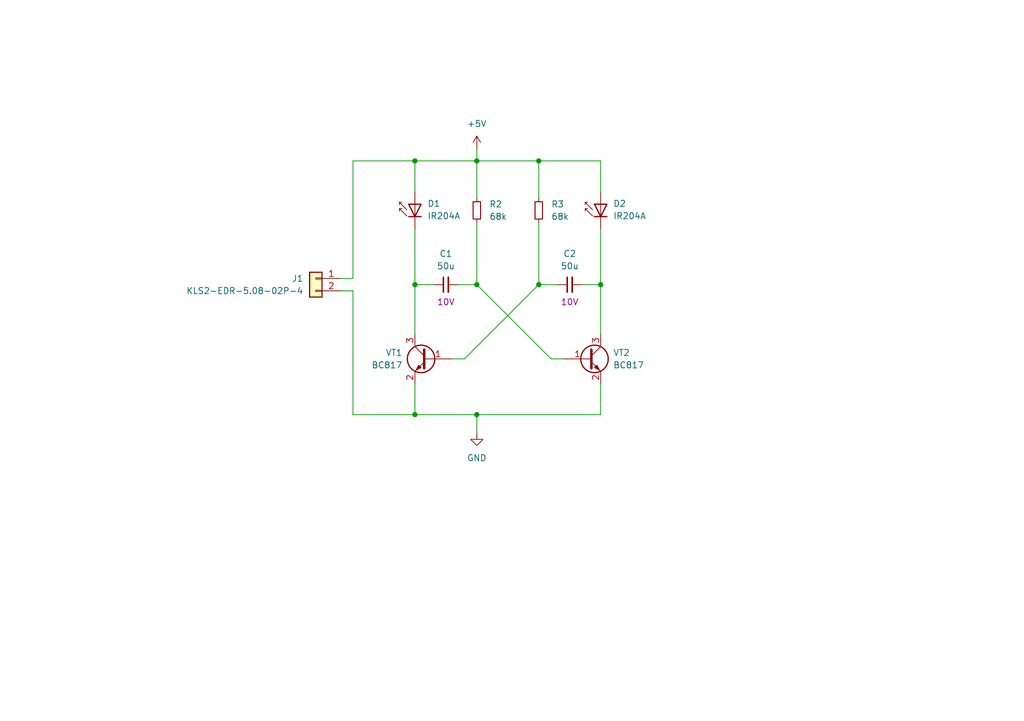
<source format=kicad_sch>
(kicad_sch (version 20231120) (generator "eeschema") (generator_version "8.0")
  (paper "A5")
  (title_block (date "2024-09-03") (rev "v1.0") (company "elton") (comment 2 "AlreadyDone00") (comment 3 "MuratovAS"))
  (lib_symbols
    (symbol "Device:C_Small" (pin_numbers hide) (pin_names (offset 0.254) hide)
      (property "Reference" "C" (at 0.254 1.778 0))
      (property "Value" "C_Small" (at 0.254 -2.032 0))
      (symbol "C_Small_0_1"
        (polyline (pts (xy -1.524 -0.508) (xy 1.524 -0.508)) (stroke (width 0.3302)))
        (polyline (pts (xy -1.524 0.508) (xy 1.524 0.508)) (stroke (width 0.3048)))
      )
      (symbol "C_Small_1_1"
        (pin passive line (at 0 2.54 270) (length 2.032) (name "~") (number "1"))
        (pin passive line (at 0 -2.54 90) (length 2.032) (name "~") (number "2"))
      )
    )
    (symbol "Device:R_Small" (pin_numbers hide) (pin_names (offset 0.254) hide)
      (property "Reference" "R" (at 0.762 0.508 0))
      (property "Value" "R_Small" (at 0.762 -1.016 0))
      (symbol "R_Small_0_1"
        (rectangle (start -0.762 1.778) (end 0.762 -1.778) (stroke (width 0.2032)))
      )
      (symbol "R_Small_1_1"
        (pin passive line (at 0 2.54 270) (length 0.762) (name "~") (number "1"))
        (pin passive line (at 0 -2.54 90) (length 0.762) (name "~") (number "2"))
      )
    )
    (symbol "LED:IR204A" (pin_numbers hide) (pin_names (offset 1.016) hide)
      (property "Reference" "D" (at 0.508 1.778 0))
      (property "Value" "IR204A" (at -1.016 -2.794 0))
      (symbol "IR204A_0_1"
        (polyline (pts (xy -2.54 1.27) (xy -2.54 -1.27)) (stroke (width 0.254)))
        (polyline (pts (xy 0 0) (xy -2.54 0)))
        (polyline (pts (xy 0.381 3.175) (xy -0.127 3.175)))
        (polyline (pts (xy -1.143 1.651) (xy 0.381 3.175) (xy 0.381 2.667)))
        (polyline (pts (xy 0 1.27) (xy -2.54 0) (xy 0 -1.27) (xy 0 1.27)) (stroke (width 0.254)))
        (polyline (pts (xy -2.413 1.651) (xy -0.889 3.175) (xy -0.889 2.667) (xy -0.889 3.175) (xy -1.397 3.175)))
      )
      (symbol "IR204A_1_1"
        (pin passive line (at -5.08 0 0) (length 2.54) (name "K") (number "1"))
        (pin passive line (at 2.54 0 180) (length 2.54) (name "A") (number "2"))
      )
    )
    (symbol "MAS_Connectors:KLS2-EDR-5.08-02P-4" (pin_names (offset 1.016))
      (property "Reference" "J" (at -0.127 3.81 0))
      (property "Value" "KLS2-EDR-5.08-02P-4" (at -10.795 -4.445 0))
      (symbol "KLS2-EDR-5.08-02P-4_1_1"
        (rectangle (start -1.27 -1.143) (end 0 -1.397) (stroke (width 0.1524)))
        (rectangle (start -1.27 1.397) (end 0 1.143) (stroke (width 0.1524)))
        (rectangle (start -1.27 2.54) (end 1.27 -2.54) (stroke (width 0.254)) (fill (type background)))
        (pin passive line (at -5.08 1.27 0) (length 3.81) (name "~") (number "1"))
        (pin passive line (at -5.08 -1.27 0) (length 3.81) (name "~") (number "2"))
      )
    )
    (symbol "Transistor_BJT:BC817" (pin_names (offset 0) hide)
      (property "Reference" "Q" (at 5.08 1.905 0))
      (property "Value" "BC817" (at 5.08 0 0))
      (symbol "BC817_0_1"
        (polyline (pts (xy 0.635 0.635) (xy 2.54 2.54)))
        (polyline (pts (xy 0.635 -0.635) (xy 2.54 -2.54) (xy 2.54 -2.54)))
        (polyline (pts (xy 0.635 1.905) (xy 0.635 -1.905) (xy 0.635 -1.905)) (stroke (width 0.508)))
        (polyline (pts (xy 1.27 -1.778) (xy 1.778 -1.27) (xy 2.286 -2.286) (xy 1.27 -1.778) (xy 1.27 -1.778)) (fill (type outline)))
        (circle (center 1.27 0) (radius 2.8194) (stroke (width 0.254)))
      )
      (symbol "BC817_1_1"
        (pin input line (at -5.08 0 0) (length 5.715) (name "B") (number "1"))
        (pin passive line (at 2.54 -5.08 90) (length 2.54) (name "E") (number "2"))
        (pin passive line (at 2.54 5.08 270) (length 2.54) (name "C") (number "3"))
      )
    )
    (symbol "power:+5V" (power) (pin_numbers hide) (pin_names (offset 0) hide)
      (property "Value" "+5V" (at 0 3.556 0))
      (symbol "+5V_0_1"
        (polyline (pts (xy -0.762 1.27) (xy 0 2.54)))
        (polyline (pts (xy 0 0) (xy 0 2.54)))
        (polyline (pts (xy 0 2.54) (xy 0.762 1.27)))
      )
      (symbol "+5V_1_1"
        (pin power_in line (at 0 0 90) (length 0) (name "~") (number "1"))
      )
    )
    (symbol "power:GND" (power) (pin_numbers hide) (pin_names (offset 0) hide)
      (property "Value" "GND" (at 0 -3.81 0))
      (symbol "GND_0_1"
        (polyline (pts (xy 0 0) (xy 0 -1.27) (xy 1.27 -1.27) (xy 0 -2.54) (xy -1.27 -1.27) (xy 0 -1.27)))
      )
      (symbol "GND_1_1"
        (pin power_in line (at 0 0 270) (length 0) (name "~") (number "1"))
      )
    )
  )
  (junction (at 110.49 33.02))
  (junction (at 85.09 85.09))
  (junction (at 110.49 58.42))
  (junction (at 123.19 58.42))
  (junction (at 97.79 33.02))
  (junction (at 85.09 58.42))
  (junction (at 97.79 58.42))
  (junction (at 97.79 85.09))
  (junction (at 85.09 33.02))
  (wire (pts (xy 85.09 58.42) (xy 85.09 68.58)))
  (wire (pts (xy 69.85 57.15) (xy 72.39 57.15)))
  (wire (pts (xy 85.09 33.02) (xy 85.09 39.37)))
  (wire (pts (xy 123.19 46.99) (xy 123.19 58.42)))
  (wire (pts (xy 110.49 40.64) (xy 110.49 33.02)))
  (wire (pts (xy 72.39 33.02) (xy 85.09 33.02)))
  (wire (pts (xy 119.38 58.42) (xy 123.19 58.42)))
  (wire (pts (xy 97.79 33.02) (xy 110.49 33.02)))
  (wire (pts (xy 69.85 59.69) (xy 72.39 59.69)))
  (wire (pts (xy 97.79 85.09) (xy 97.79 88.9)))
  (wire (pts (xy 97.79 33.02) (xy 97.79 40.64)))
  (wire (pts (xy 123.19 33.02) (xy 123.19 39.37)))
  (wire (pts (xy 93.98 58.42) (xy 97.79 58.42)))
  (wire (pts (xy 92.71 73.66) (xy 95.25 73.66)))
  (wire (pts (xy 85.09 78.74) (xy 85.09 85.09)))
  (wire (pts (xy 85.09 33.02) (xy 97.79 33.02)))
  (wire (pts (xy 72.39 85.09) (xy 85.09 85.09)))
  (wire (pts (xy 85.09 58.42) (xy 88.9 58.42)))
  (wire (pts (xy 72.39 57.15) (xy 72.39 33.02)))
  (wire (pts (xy 123.19 58.42) (xy 123.19 68.58)))
  (wire (pts (xy 110.49 58.42) (xy 114.3 58.42)))
  (wire (pts (xy 110.49 58.42) (xy 95.25 73.66)))
  (wire (pts (xy 110.49 45.72) (xy 110.49 58.42)))
  (wire (pts (xy 97.79 45.72) (xy 97.79 58.42)))
  (wire (pts (xy 85.09 46.99) (xy 85.09 58.42)))
  (wire (pts (xy 85.09 85.09) (xy 97.79 85.09)))
  (wire (pts (xy 72.39 59.69) (xy 72.39 85.09)))
  (wire (pts (xy 113.03 73.66) (xy 97.79 58.42)))
  (wire (pts (xy 123.19 78.74) (xy 123.19 85.09)))
  (wire (pts (xy 113.03 73.66) (xy 115.57 73.66)))
  (wire (pts (xy 97.79 85.09) (xy 123.19 85.09)))
  (wire (pts (xy 110.49 33.02) (xy 123.19 33.02)))
  (wire (pts (xy 97.79 30.48) (xy 97.79 33.02)))
  (symbol (lib_id "Device:R_Small") (at 110.49 43.18 0) (unit 1)
    (property "Reference" "R3" (at 113.03 41.9099 0) (effects (justify left)))
    (property "Value" "68k" (at 113.03 44.4499 0) (effects (justify left)))
    (property "Footprint" "Resistor_SMD:R_0805_2012Metric" (effects (hide yes)))
    (property "Description" "Resistor, small symbol" (effects (hide yes)))
    (property "coefficient" "5%" (effects (hide yes)))
  )
  (symbol (lib_id "LED:IR204A") (at 123.19 41.91 90) (unit 1)
    (property "Reference" "D2" (at 125.73 41.7829 90) (effects (justify right)))
    (property "Value" "IR204A" (at 125.73 44.3229 90) (effects (justify right)))
    (property "Footprint" "LED_THT:LED_D3.0mm_IRBlack" (effects (hide yes)))
    (property "Datasheet" "http://www.everlight.com/file/ProductFile/IR204-A.pdf" (effects (hide yes)))
    (property "Description" "Infrared LED , 3mm LED package" (effects (hide yes)))
  )
  (symbol (lib_id "Transistor_BJT:BC817") (at 120.65 73.66 0) (unit 1)
    (property "Reference" "VT2" (at 125.73 72.3899 0) (effects (justify left)))
    (property "Value" "BC817" (at 125.73 74.9299 0) (effects (justify left)))
    (property "Footprint" "Package_TO_SOT_SMD:SOT-23" (effects (hide yes)))
    (property "Datasheet" "https://www.onsemi.com/pub/Collateral/BC818-D.pdf" (effects (hide yes)))
    (property "Description" "0.8A Ic, 45V Vce, NPN Transistor, SOT-23" (effects (hide yes)))
  )
  (symbol (lib_id "MAS_Connectors:KLS2-EDR-5.08-02P-4") (at 64.77 58.42 0) (mirror y) (unit 1)
    (property "Reference" "J1" (at 62.23 57.1499 0) (effects (justify left)))
    (property "Value" "KLS2-EDR-5.08-02P-4" (at 62.23 59.6899 0) (effects (justify left)))
    (property "Footprint" "MAS_Package_nostd:KLS2-EDR-5.08-02P-4" (effects (hide yes)))
    (property "Datasheet" "https://static.chipdip.ru/lib/507/DOC001507222.pdf" (effects (hide yes)))
    (property "Description" "TERMINAL BLOCK Connector" (effects (hide yes)))
  )
  (symbol (lib_id "LED:IR204A") (at 85.09 41.91 90) (unit 1)
    (property "Reference" "D1" (at 87.63 41.7829 90) (effects (justify right)))
    (property "Value" "IR204A" (at 87.63 44.3229 90) (effects (justify right)))
    (property "Footprint" "LED_THT:LED_D3.0mm_IRBlack" (effects (hide yes)))
    (property "Datasheet" "http://www.everlight.com/file/ProductFile/IR204-A.pdf" (effects (hide yes)))
    (property "Description" "Infrared LED , 3mm LED package" (effects (hide yes)))
  )
  (symbol (lib_id "Device:C_Small") (at 116.84 58.42 90) (unit 1)
    (property "Reference" "C2" (at 116.8463 52.07 90))
    (property "Value" "50u" (at 116.8463 54.61 90))
    (property "Footprint" "Capacitor_SMD:C_0805_2012Metric" (effects (hide yes)))
    (property "Description" "Unpolarized capacitor, small symbol" (effects (hide yes)))
    (property "Voltage" "10V" (at 116.84 61.976 90))
  )
  (symbol (lib_id "Transistor_BJT:BC817") (at 87.63 73.66 0) (mirror y) (unit 1)
    (property "Reference" "VT1" (at 82.55 72.3899 0) (effects (justify left)))
    (property "Value" "BC817" (at 82.55 74.9299 0) (effects (justify left)))
    (property "Footprint" "Package_TO_SOT_SMD:SOT-23" (effects (hide yes)))
    (property "Datasheet" "https://www.onsemi.com/pub/Collateral/BC818-D.pdf" (effects (hide yes)))
    (property "Description" "0.8A Ic, 45V Vce, NPN Transistor, SOT-23" (effects (hide yes)))
  )
  (symbol (lib_id "Device:C_Small") (at 91.44 58.42 90) (unit 1)
    (property "Reference" "C1" (at 91.4463 52.07 90))
    (property "Value" "50u" (at 91.4463 54.61 90))
    (property "Footprint" "Capacitor_SMD:C_0805_2012Metric" (effects (hide yes)))
    (property "Description" "Unpolarized capacitor, small symbol" (effects (hide yes)))
    (property "Voltage" "10V" (at 91.44 61.976 90))
  )
  (symbol (lib_id "Device:R_Small") (at 97.79 43.18 0) (unit 1)
    (property "Reference" "R2" (at 100.33 41.9099 0) (effects (justify left)))
    (property "Value" "68k" (at 100.33 44.4499 0) (effects (justify left)))
    (property "Footprint" "Resistor_SMD:R_0805_2012Metric" (effects (hide yes)))
    (property "Description" "Resistor, small symbol" (effects (hide yes)))
    (property "coefficient" "5%" (effects (hide yes)))
  )
  (symbol (lib_id "power:GND") (at 97.79 88.9 0) (unit 1)
    (property "Reference" "#PWR01" (effects (hide yes)))
    (property "Value" "GND" (at 97.79 93.98 0))
    (property "Description" "Power symbol creates a global label with name \"GND\" , ground" (effects (hide yes)))
  )
  (symbol (lib_id "power:+5V") (at 97.79 30.48 0) (unit 1)
    (property "Reference" "#PWR02" (effects (hide yes)))
    (property "Value" "+5V" (at 97.79 25.4 0))
    (property "Description" "Power symbol creates a global label with name \"+5V\"" (effects (hide yes)))
  )
)
</source>
